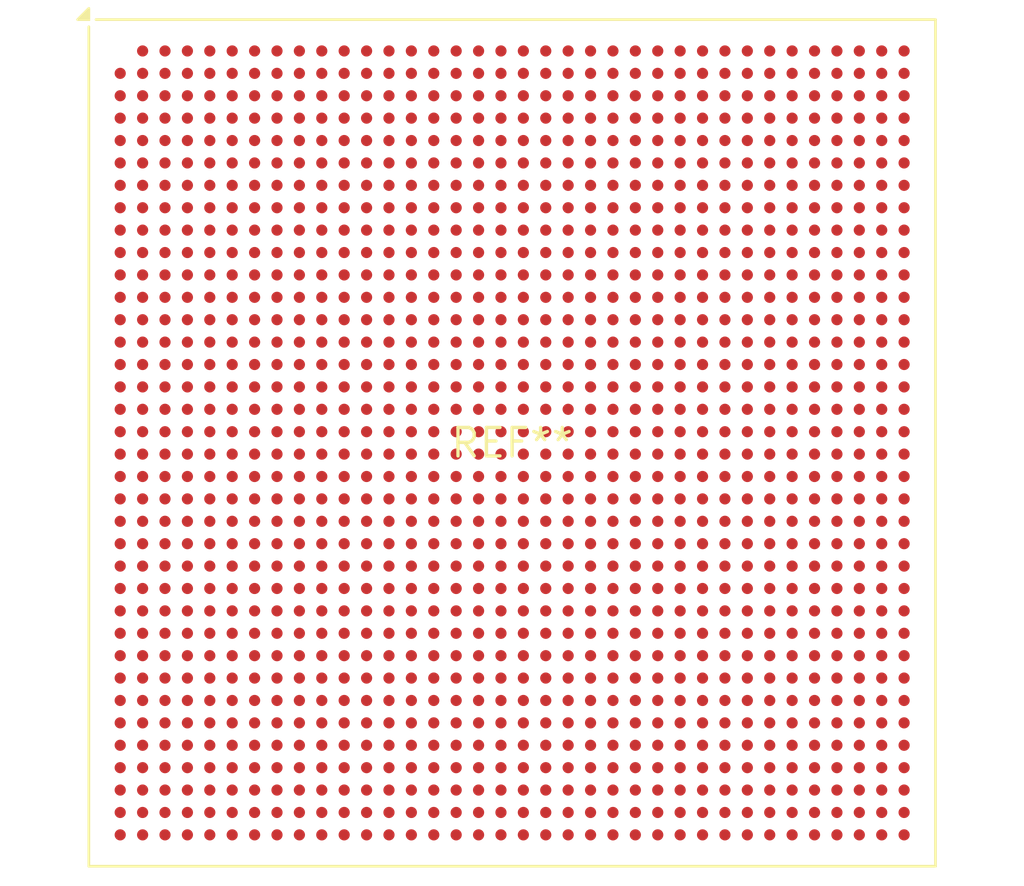
<source format=kicad_pcb>
(kicad_pcb (version 20240108) (generator pcbnew)
  (layers (0 "F.Cu" signal) (31 "B.Cu" signal) (34 "B.Paste" user) (35 "F.Paste" user) (36 "B.SilkS" user "B.Silkscreen") (37 "F.SilkS" user "F.Silkscreen") (38 "B.Mask" user) (39 "F.Mask" user) (44 "Edge.Cuts" user))
  (net 0 "")
  (footprint "BGA-1295_37.5x37.5mm_Layout36x36_P1.0mm" (layer "F.Cu") (at 0 0)
    (property "Reference" "REF**")
    (property "Value" "BGA-1295_37.5x37.5mm_Layout36x36_P1.0mm")
  )
)
</source>
